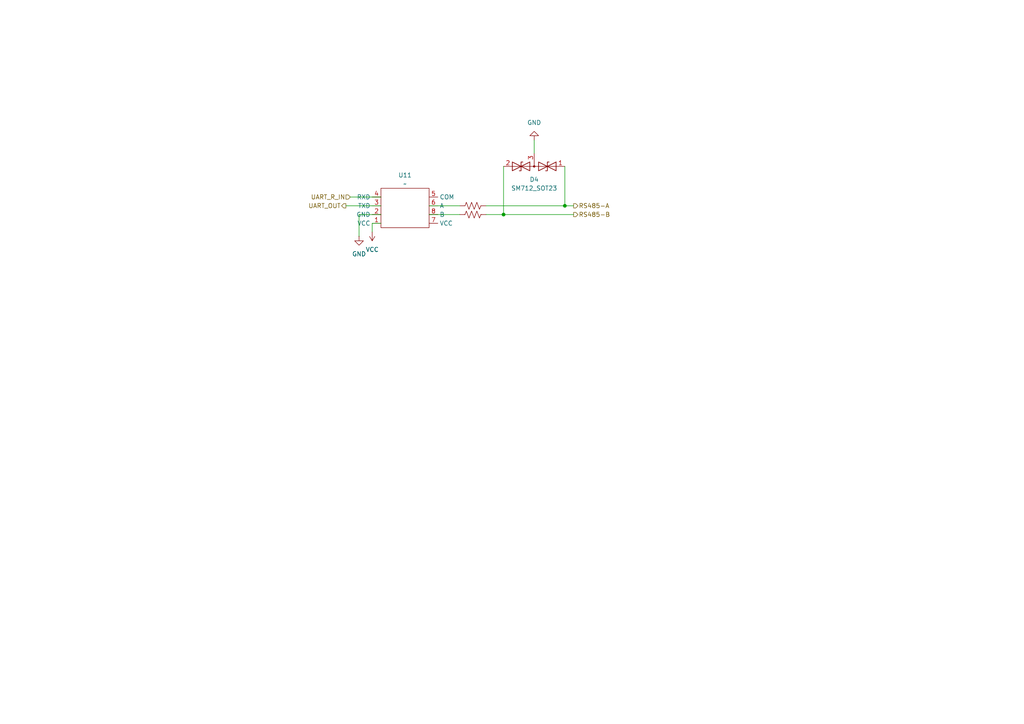
<source format=kicad_sch>
(kicad_sch
	(version 20250114)
	(generator "eeschema")
	(generator_version "9.0")
	(uuid "c626e9de-39b7-4430-bd26-fa7c1efe21e8")
	(paper "A4")
	(lib_symbols
		(symbol "Device:R_US"
			(pin_numbers
				(hide yes)
			)
			(pin_names
				(offset 0)
			)
			(exclude_from_sim no)
			(in_bom yes)
			(on_board yes)
			(property "Reference" "R"
				(at 2.54 0 90)
				(effects
					(font
						(size 1.27 1.27)
					)
				)
			)
			(property "Value" "R_US"
				(at -2.54 0 90)
				(effects
					(font
						(size 1.27 1.27)
					)
				)
			)
			(property "Footprint" ""
				(at 1.016 -0.254 90)
				(effects
					(font
						(size 1.27 1.27)
					)
					(hide yes)
				)
			)
			(property "Datasheet" "~"
				(at 0 0 0)
				(effects
					(font
						(size 1.27 1.27)
					)
					(hide yes)
				)
			)
			(property "Description" "Resistor, US symbol"
				(at 0 0 0)
				(effects
					(font
						(size 1.27 1.27)
					)
					(hide yes)
				)
			)
			(property "ki_keywords" "R res resistor"
				(at 0 0 0)
				(effects
					(font
						(size 1.27 1.27)
					)
					(hide yes)
				)
			)
			(property "ki_fp_filters" "R_*"
				(at 0 0 0)
				(effects
					(font
						(size 1.27 1.27)
					)
					(hide yes)
				)
			)
			(symbol "R_US_0_1"
				(polyline
					(pts
						(xy 0 2.286) (xy 0 2.54)
					)
					(stroke
						(width 0)
						(type default)
					)
					(fill
						(type none)
					)
				)
				(polyline
					(pts
						(xy 0 2.286) (xy 1.016 1.905) (xy 0 1.524) (xy -1.016 1.143) (xy 0 0.762)
					)
					(stroke
						(width 0)
						(type default)
					)
					(fill
						(type none)
					)
				)
				(polyline
					(pts
						(xy 0 0.762) (xy 1.016 0.381) (xy 0 0) (xy -1.016 -0.381) (xy 0 -0.762)
					)
					(stroke
						(width 0)
						(type default)
					)
					(fill
						(type none)
					)
				)
				(polyline
					(pts
						(xy 0 -0.762) (xy 1.016 -1.143) (xy 0 -1.524) (xy -1.016 -1.905) (xy 0 -2.286)
					)
					(stroke
						(width 0)
						(type default)
					)
					(fill
						(type none)
					)
				)
				(polyline
					(pts
						(xy 0 -2.286) (xy 0 -2.54)
					)
					(stroke
						(width 0)
						(type default)
					)
					(fill
						(type none)
					)
				)
			)
			(symbol "R_US_1_1"
				(pin passive line
					(at 0 3.81 270)
					(length 1.27)
					(name "~"
						(effects
							(font
								(size 1.27 1.27)
							)
						)
					)
					(number "1"
						(effects
							(font
								(size 1.27 1.27)
							)
						)
					)
				)
				(pin passive line
					(at 0 -3.81 90)
					(length 1.27)
					(name "~"
						(effects
							(font
								(size 1.27 1.27)
							)
						)
					)
					(number "2"
						(effects
							(font
								(size 1.27 1.27)
							)
						)
					)
				)
			)
			(embedded_fonts no)
		)
		(symbol "Diode:SM712_SOT23"
			(pin_names
				(offset 1.016)
				(hide yes)
			)
			(exclude_from_sim no)
			(in_bom yes)
			(on_board yes)
			(property "Reference" "D"
				(at 0 4.445 0)
				(effects
					(font
						(size 1.27 1.27)
					)
				)
			)
			(property "Value" "SM712_SOT23"
				(at 0 2.54 0)
				(effects
					(font
						(size 1.27 1.27)
					)
				)
			)
			(property "Footprint" "Package_TO_SOT_SMD:SOT-23"
				(at 0 -8.89 0)
				(effects
					(font
						(size 1.27 1.27)
					)
					(hide yes)
				)
			)
			(property "Datasheet" "https://www.littelfuse.com/~/media/electronics/datasheets/tvs_diode_arrays/littelfuse_tvs_diode_array_sm712_datasheet.pdf.pdf"
				(at -3.81 0 0)
				(effects
					(font
						(size 1.27 1.27)
					)
					(hide yes)
				)
			)
			(property "Description" "7V/12V, 600W Asymmetrical TVS Diode Array, SOT-23"
				(at 0 0 0)
				(effects
					(font
						(size 1.27 1.27)
					)
					(hide yes)
				)
			)
			(property "ki_keywords" "transient voltage suppressor thyrector transil"
				(at 0 0 0)
				(effects
					(font
						(size 1.27 1.27)
					)
					(hide yes)
				)
			)
			(property "ki_fp_filters" "SOT?23*"
				(at 0 0 0)
				(effects
					(font
						(size 1.27 1.27)
					)
					(hide yes)
				)
			)
			(symbol "SM712_SOT23_0_0"
				(polyline
					(pts
						(xy 0 -1.27) (xy 0 0)
					)
					(stroke
						(width 0)
						(type default)
					)
					(fill
						(type none)
					)
				)
			)
			(symbol "SM712_SOT23_0_1"
				(polyline
					(pts
						(xy -6.35 0) (xy 6.35 0)
					)
					(stroke
						(width 0)
						(type default)
					)
					(fill
						(type none)
					)
				)
				(polyline
					(pts
						(xy -6.35 -1.27) (xy -1.27 1.27) (xy -1.27 -1.27) (xy -6.35 1.27) (xy -6.35 -1.27)
					)
					(stroke
						(width 0.2032)
						(type default)
					)
					(fill
						(type none)
					)
				)
				(polyline
					(pts
						(xy -3.302 1.27) (xy -3.81 1.27) (xy -3.81 -1.27) (xy -4.318 -1.27)
					)
					(stroke
						(width 0.2032)
						(type default)
					)
					(fill
						(type none)
					)
				)
				(circle
					(center 0 0)
					(radius 0.254)
					(stroke
						(width 0)
						(type default)
					)
					(fill
						(type outline)
					)
				)
				(polyline
					(pts
						(xy 1.27 -1.27) (xy 1.27 1.27) (xy 6.35 -1.27) (xy 6.35 1.27) (xy 1.27 -1.27)
					)
					(stroke
						(width 0.2032)
						(type default)
					)
					(fill
						(type none)
					)
				)
				(polyline
					(pts
						(xy 4.318 1.27) (xy 3.81 1.27) (xy 3.81 -1.27) (xy 3.302 -1.27)
					)
					(stroke
						(width 0.2032)
						(type default)
					)
					(fill
						(type none)
					)
				)
			)
			(symbol "SM712_SOT23_1_1"
				(pin passive line
					(at -8.89 0 0)
					(length 2.54)
					(name "A1"
						(effects
							(font
								(size 1.27 1.27)
							)
						)
					)
					(number "1"
						(effects
							(font
								(size 1.27 1.27)
							)
						)
					)
				)
				(pin input line
					(at 0 -3.81 90)
					(length 2.54)
					(name "common"
						(effects
							(font
								(size 1.27 1.27)
							)
						)
					)
					(number "3"
						(effects
							(font
								(size 1.27 1.27)
							)
						)
					)
				)
				(pin passive line
					(at 8.89 0 180)
					(length 2.54)
					(name "A2"
						(effects
							(font
								(size 1.27 1.27)
							)
						)
					)
					(number "2"
						(effects
							(font
								(size 1.27 1.27)
							)
						)
					)
				)
			)
			(embedded_fonts no)
		)
		(symbol "RS-485:RS_485"
			(exclude_from_sim no)
			(in_bom yes)
			(on_board yes)
			(property "Reference" "U"
				(at 0 0 0)
				(effects
					(font
						(size 1.27 1.27)
					)
				)
			)
			(property "Value" ""
				(at 0 0 0)
				(effects
					(font
						(size 1.27 1.27)
					)
				)
			)
			(property "Footprint" ""
				(at 0 0 0)
				(effects
					(font
						(size 1.27 1.27)
					)
					(hide yes)
				)
			)
			(property "Datasheet" ""
				(at 0 0 0)
				(effects
					(font
						(size 1.27 1.27)
					)
					(hide yes)
				)
			)
			(property "Description" ""
				(at 0 0 0)
				(effects
					(font
						(size 1.27 1.27)
					)
					(hide yes)
				)
			)
			(symbol "RS_485_0_1"
				(rectangle
					(start -13.97 -1.27)
					(end 0 -12.7)
					(stroke
						(width 0)
						(type default)
					)
					(fill
						(type none)
					)
				)
			)
			(symbol "RS_485_1_1"
				(pin input line
					(at -13.97 -2.54 180)
					(length 2.54)
					(name "VCC"
						(effects
							(font
								(size 1.27 1.27)
							)
						)
					)
					(number "7"
						(effects
							(font
								(size 1.27 1.27)
							)
						)
					)
				)
				(pin input line
					(at -13.97 -5.08 180)
					(length 2.54)
					(name "B"
						(effects
							(font
								(size 1.27 1.27)
							)
						)
					)
					(number "8"
						(effects
							(font
								(size 1.27 1.27)
							)
						)
					)
				)
				(pin input line
					(at -13.97 -7.62 180)
					(length 2.54)
					(name "A"
						(effects
							(font
								(size 1.27 1.27)
							)
						)
					)
					(number "6"
						(effects
							(font
								(size 1.27 1.27)
							)
						)
					)
				)
				(pin input line
					(at -13.97 -10.16 180)
					(length 2.54)
					(name "COM"
						(effects
							(font
								(size 1.27 1.27)
							)
						)
					)
					(number "5"
						(effects
							(font
								(size 1.27 1.27)
							)
						)
					)
				)
				(pin input line
					(at 0 -2.54 0)
					(length 2.54)
					(name "VCC"
						(effects
							(font
								(size 1.27 1.27)
							)
						)
					)
					(number "1"
						(effects
							(font
								(size 1.27 1.27)
							)
						)
					)
				)
				(pin input line
					(at 0 -5.08 0)
					(length 2.54)
					(name "GND"
						(effects
							(font
								(size 1.27 1.27)
							)
						)
					)
					(number "2"
						(effects
							(font
								(size 1.27 1.27)
							)
						)
					)
				)
				(pin input line
					(at 0 -7.62 0)
					(length 2.54)
					(name "TXD"
						(effects
							(font
								(size 1.27 1.27)
							)
						)
					)
					(number "3"
						(effects
							(font
								(size 1.27 1.27)
							)
						)
					)
				)
				(pin input line
					(at 0 -10.16 0)
					(length 2.54)
					(name "RXD"
						(effects
							(font
								(size 1.27 1.27)
							)
						)
					)
					(number "4"
						(effects
							(font
								(size 1.27 1.27)
							)
						)
					)
				)
			)
			(embedded_fonts no)
		)
		(symbol "power:GND"
			(power)
			(pin_numbers
				(hide yes)
			)
			(pin_names
				(offset 0)
				(hide yes)
			)
			(exclude_from_sim no)
			(in_bom yes)
			(on_board yes)
			(property "Reference" "#PWR"
				(at 0 -6.35 0)
				(effects
					(font
						(size 1.27 1.27)
					)
					(hide yes)
				)
			)
			(property "Value" "GND"
				(at 0 -3.81 0)
				(effects
					(font
						(size 1.27 1.27)
					)
				)
			)
			(property "Footprint" ""
				(at 0 0 0)
				(effects
					(font
						(size 1.27 1.27)
					)
					(hide yes)
				)
			)
			(property "Datasheet" ""
				(at 0 0 0)
				(effects
					(font
						(size 1.27 1.27)
					)
					(hide yes)
				)
			)
			(property "Description" "Power symbol creates a global label with name \"GND\" , ground"
				(at 0 0 0)
				(effects
					(font
						(size 1.27 1.27)
					)
					(hide yes)
				)
			)
			(property "ki_keywords" "global power"
				(at 0 0 0)
				(effects
					(font
						(size 1.27 1.27)
					)
					(hide yes)
				)
			)
			(symbol "GND_0_1"
				(polyline
					(pts
						(xy 0 0) (xy 0 -1.27) (xy 1.27 -1.27) (xy 0 -2.54) (xy -1.27 -1.27) (xy 0 -1.27)
					)
					(stroke
						(width 0)
						(type default)
					)
					(fill
						(type none)
					)
				)
			)
			(symbol "GND_1_1"
				(pin power_in line
					(at 0 0 270)
					(length 0)
					(name "~"
						(effects
							(font
								(size 1.27 1.27)
							)
						)
					)
					(number "1"
						(effects
							(font
								(size 1.27 1.27)
							)
						)
					)
				)
			)
			(embedded_fonts no)
		)
		(symbol "power:VCC"
			(power)
			(pin_numbers
				(hide yes)
			)
			(pin_names
				(offset 0)
				(hide yes)
			)
			(exclude_from_sim no)
			(in_bom yes)
			(on_board yes)
			(property "Reference" "#PWR"
				(at 0 -3.81 0)
				(effects
					(font
						(size 1.27 1.27)
					)
					(hide yes)
				)
			)
			(property "Value" "VCC"
				(at 0 3.556 0)
				(effects
					(font
						(size 1.27 1.27)
					)
				)
			)
			(property "Footprint" ""
				(at 0 0 0)
				(effects
					(font
						(size 1.27 1.27)
					)
					(hide yes)
				)
			)
			(property "Datasheet" ""
				(at 0 0 0)
				(effects
					(font
						(size 1.27 1.27)
					)
					(hide yes)
				)
			)
			(property "Description" "Power symbol creates a global label with name \"VCC\""
				(at 0 0 0)
				(effects
					(font
						(size 1.27 1.27)
					)
					(hide yes)
				)
			)
			(property "ki_keywords" "global power"
				(at 0 0 0)
				(effects
					(font
						(size 1.27 1.27)
					)
					(hide yes)
				)
			)
			(symbol "VCC_0_1"
				(polyline
					(pts
						(xy -0.762 1.27) (xy 0 2.54)
					)
					(stroke
						(width 0)
						(type default)
					)
					(fill
						(type none)
					)
				)
				(polyline
					(pts
						(xy 0 2.54) (xy 0.762 1.27)
					)
					(stroke
						(width 0)
						(type default)
					)
					(fill
						(type none)
					)
				)
				(polyline
					(pts
						(xy 0 0) (xy 0 2.54)
					)
					(stroke
						(width 0)
						(type default)
					)
					(fill
						(type none)
					)
				)
			)
			(symbol "VCC_1_1"
				(pin power_in line
					(at 0 0 90)
					(length 0)
					(name "~"
						(effects
							(font
								(size 1.27 1.27)
							)
						)
					)
					(number "1"
						(effects
							(font
								(size 1.27 1.27)
							)
						)
					)
				)
			)
			(embedded_fonts no)
		)
	)
	(junction
		(at 146.05 62.23)
		(diameter 0)
		(color 0 0 0 0)
		(uuid "17a287d3-a7ba-4712-8971-5b81f56f1630")
	)
	(junction
		(at 163.83 59.69)
		(diameter 0)
		(color 0 0 0 0)
		(uuid "a4b1c9cb-e618-4e1d-93ce-86bece3f49ec")
	)
	(wire
		(pts
			(xy 107.95 64.77) (xy 110.49 64.77)
		)
		(stroke
			(width 0)
			(type default)
		)
		(uuid "1244b4a9-3caf-483f-8910-a6b6262096f3")
	)
	(wire
		(pts
			(xy 163.83 48.26) (xy 163.83 59.69)
		)
		(stroke
			(width 0)
			(type default)
		)
		(uuid "1f1935c3-0126-4fae-bf40-0ff2e2debce5")
	)
	(wire
		(pts
			(xy 104.14 68.58) (xy 104.14 62.23)
		)
		(stroke
			(width 0)
			(type default)
		)
		(uuid "2f43aaeb-9367-490a-8dfe-50b81b0e45a0")
	)
	(wire
		(pts
			(xy 163.83 59.69) (xy 140.97 59.69)
		)
		(stroke
			(width 0)
			(type default)
		)
		(uuid "30e43ba7-386b-4add-b0c6-f57bbcd2e453")
	)
	(wire
		(pts
			(xy 124.46 59.69) (xy 133.35 59.69)
		)
		(stroke
			(width 0)
			(type default)
		)
		(uuid "32528200-b848-47ab-b6ae-bad2febeef67")
	)
	(wire
		(pts
			(xy 166.37 62.23) (xy 146.05 62.23)
		)
		(stroke
			(width 0)
			(type default)
		)
		(uuid "4e2639aa-3871-4d4c-9510-6a820a1febcc")
	)
	(wire
		(pts
			(xy 124.46 62.23) (xy 133.35 62.23)
		)
		(stroke
			(width 0)
			(type default)
		)
		(uuid "5bd8d37a-57a5-4c9b-b80e-197520fe8f19")
	)
	(wire
		(pts
			(xy 101.6 57.15) (xy 110.49 57.15)
		)
		(stroke
			(width 0)
			(type default)
		)
		(uuid "679ffbda-893b-4355-9430-53f3d86b1a50")
	)
	(wire
		(pts
			(xy 146.05 48.26) (xy 146.05 62.23)
		)
		(stroke
			(width 0)
			(type default)
		)
		(uuid "79fa4ada-5647-4d12-a187-8728dbb0ebd1")
	)
	(wire
		(pts
			(xy 166.37 59.69) (xy 163.83 59.69)
		)
		(stroke
			(width 0)
			(type default)
		)
		(uuid "99da67b6-b71c-43c9-b8c6-cf266f2c53a0")
	)
	(wire
		(pts
			(xy 100.33 59.69) (xy 110.49 59.69)
		)
		(stroke
			(width 0)
			(type default)
		)
		(uuid "9e9075f2-0300-43b9-8547-f354f88b8626")
	)
	(wire
		(pts
			(xy 154.94 40.64) (xy 154.94 44.45)
		)
		(stroke
			(width 0)
			(type default)
		)
		(uuid "bfe7ef14-eab0-4fb6-b595-1fb285dfbf0e")
	)
	(wire
		(pts
			(xy 104.14 62.23) (xy 110.49 62.23)
		)
		(stroke
			(width 0)
			(type default)
		)
		(uuid "cae66ce2-397e-4b43-b262-ce24e645a5c4")
	)
	(wire
		(pts
			(xy 107.95 67.31) (xy 107.95 64.77)
		)
		(stroke
			(width 0)
			(type default)
		)
		(uuid "d37817ff-bbe5-48ab-9d56-342db334edbc")
	)
	(wire
		(pts
			(xy 146.05 62.23) (xy 140.97 62.23)
		)
		(stroke
			(width 0)
			(type default)
		)
		(uuid "df110e98-6a11-42d3-8c06-880a87bdd711")
	)
	(hierarchical_label "UART_OUT"
		(shape output)
		(at 100.33 59.69 180)
		(effects
			(font
				(size 1.27 1.27)
			)
			(justify right)
		)
		(uuid "49684a41-d4be-4806-bc98-77990bee7c37")
	)
	(hierarchical_label "RS485-A"
		(shape output)
		(at 166.37 59.69 0)
		(effects
			(font
				(size 1.27 1.27)
			)
			(justify left)
		)
		(uuid "5309f8b2-f70c-4f8d-a6d8-cd89f0c7e0be")
	)
	(hierarchical_label "UART_R_IN"
		(shape input)
		(at 101.6 57.15 180)
		(effects
			(font
				(size 1.27 1.27)
			)
			(justify right)
		)
		(uuid "691705b0-98f3-441f-8d4c-79902f905921")
	)
	(hierarchical_label "RS485-B"
		(shape output)
		(at 166.37 62.23 0)
		(effects
			(font
				(size 1.27 1.27)
			)
			(justify left)
		)
		(uuid "a3eb9638-2a65-4d2a-87d5-c2d87a94fbb5")
	)
	(symbol
		(lib_id "Diode:SM712_SOT23")
		(at 154.94 48.26 180)
		(unit 1)
		(exclude_from_sim no)
		(in_bom yes)
		(on_board yes)
		(dnp no)
		(fields_autoplaced yes)
		(uuid "088df721-d154-4d70-980c-2bb0c585eef6")
		(property "Reference" "D4"
			(at 154.94 52.07 0)
			(effects
				(font
					(size 1.27 1.27)
				)
			)
		)
		(property "Value" "SM712_SOT23"
			(at 154.94 54.61 0)
			(effects
				(font
					(size 1.27 1.27)
				)
			)
		)
		(property "Footprint" "Package_TO_SOT_SMD:SOT-23"
			(at 154.94 39.37 0)
			(effects
				(font
					(size 1.27 1.27)
				)
				(hide yes)
			)
		)
		(property "Datasheet" "https://www.littelfuse.com/~/media/electronics/datasheets/tvs_diode_arrays/littelfuse_tvs_diode_array_sm712_datasheet.pdf.pdf"
			(at 158.75 48.26 0)
			(effects
				(font
					(size 1.27 1.27)
				)
				(hide yes)
			)
		)
		(property "Description" "7V/12V, 600W Asymmetrical TVS Diode Array, SOT-23"
			(at 154.94 48.26 0)
			(effects
				(font
					(size 1.27 1.27)
				)
				(hide yes)
			)
		)
		(pin "2"
			(uuid "6c4e16ce-46b6-4e59-845b-9cc93d75ef62")
		)
		(pin "3"
			(uuid "fbde1a8e-5a15-43b0-9bd0-e7f2fa8999fc")
		)
		(pin "1"
			(uuid "336daa7f-c317-47ed-b994-f9687bb727b2")
		)
		(instances
			(project "ZorionX-Nivara"
				(path "/ae5c9891-8291-492e-8a61-8ac340267b67/d47eca49-96e4-4138-8979-47bb60019f67/e329c21d-acaa-4809-a119-b3d497656361"
					(reference "D4")
					(unit 1)
				)
			)
		)
	)
	(symbol
		(lib_id "power:VCC")
		(at 107.95 67.31 180)
		(unit 1)
		(exclude_from_sim no)
		(in_bom yes)
		(on_board yes)
		(dnp no)
		(fields_autoplaced yes)
		(uuid "13358626-e2d0-4a76-aeba-b031428b06ee")
		(property "Reference" "#PWR060"
			(at 107.95 63.5 0)
			(effects
				(font
					(size 1.27 1.27)
				)
				(hide yes)
			)
		)
		(property "Value" "VCC"
			(at 107.95 72.39 0)
			(effects
				(font
					(size 1.27 1.27)
				)
			)
		)
		(property "Footprint" ""
			(at 107.95 67.31 0)
			(effects
				(font
					(size 1.27 1.27)
				)
				(hide yes)
			)
		)
		(property "Datasheet" ""
			(at 107.95 67.31 0)
			(effects
				(font
					(size 1.27 1.27)
				)
				(hide yes)
			)
		)
		(property "Description" "Power symbol creates a global label with name \"VCC\""
			(at 107.95 67.31 0)
			(effects
				(font
					(size 1.27 1.27)
				)
				(hide yes)
			)
		)
		(pin "1"
			(uuid "6d1542e9-395d-468b-b7ed-214bf788767e")
		)
		(instances
			(project "ZorionX-Nivara"
				(path "/ae5c9891-8291-492e-8a61-8ac340267b67/d47eca49-96e4-4138-8979-47bb60019f67/e329c21d-acaa-4809-a119-b3d497656361"
					(reference "#PWR060")
					(unit 1)
				)
			)
		)
	)
	(symbol
		(lib_id "RS-485:RS_485")
		(at 110.49 67.31 180)
		(unit 1)
		(exclude_from_sim no)
		(in_bom yes)
		(on_board yes)
		(dnp no)
		(fields_autoplaced yes)
		(uuid "675eb3ee-2859-452c-85c1-3ffbdb724a9f")
		(property "Reference" "U11"
			(at 117.475 50.8 0)
			(effects
				(font
					(size 1.27 1.27)
				)
			)
		)
		(property "Value" "~"
			(at 117.475 53.34 0)
			(effects
				(font
					(size 1.27 1.27)
				)
			)
		)
		(property "Footprint" ""
			(at 110.49 67.31 0)
			(effects
				(font
					(size 1.27 1.27)
				)
				(hide yes)
			)
		)
		(property "Datasheet" ""
			(at 110.49 67.31 0)
			(effects
				(font
					(size 1.27 1.27)
				)
				(hide yes)
			)
		)
		(property "Description" ""
			(at 110.49 67.31 0)
			(effects
				(font
					(size 1.27 1.27)
				)
				(hide yes)
			)
		)
		(pin "4"
			(uuid "f06897cb-0b25-4bf8-a332-d03ba7fa6647")
		)
		(pin "8"
			(uuid "58af637c-2d3d-4966-9427-5e55ee00c00c")
		)
		(pin "2"
			(uuid "71d69320-fa09-4821-8a89-14d4793a6ea9")
		)
		(pin "1"
			(uuid "908f0b1e-9145-453b-a48a-eee190475b83")
		)
		(pin "7"
			(uuid "ad2cc279-6c3e-40aa-a12e-ec2bef5b717c")
		)
		(pin "6"
			(uuid "30640766-e447-415b-b5bf-85e3ff7463cf")
		)
		(pin "3"
			(uuid "26948136-9918-4793-966f-430156a463ae")
		)
		(pin "5"
			(uuid "e5868ca3-9aff-43c0-969d-cd8b86fb669b")
		)
		(instances
			(project "ZorionX-Nivara"
				(path "/ae5c9891-8291-492e-8a61-8ac340267b67/d47eca49-96e4-4138-8979-47bb60019f67/e329c21d-acaa-4809-a119-b3d497656361"
					(reference "U11")
					(unit 1)
				)
			)
		)
	)
	(symbol
		(lib_id "Device:R_US")
		(at 137.16 59.69 90)
		(unit 1)
		(exclude_from_sim no)
		(in_bom yes)
		(on_board yes)
		(dnp no)
		(fields_autoplaced yes)
		(uuid "77459c22-d19a-4414-8277-8ba0641367d8")
		(property "Reference" "R30"
			(at 137.16 53.8621 90)
			(effects
				(font
					(size 1.27 1.27)
				)
				(hide yes)
			)
		)
		(property "Value" "R_US"
			(at 137.16 56.4021 90)
			(effects
				(font
					(size 1.27 1.27)
				)
				(hide yes)
			)
		)
		(property "Footprint" "Resistor_SMD:R_0603_1608Metric"
			(at 137.414 58.674 90)
			(effects
				(font
					(size 1.27 1.27)
				)
				(hide yes)
			)
		)
		(property "Datasheet" "~"
			(at 137.16 59.69 0)
			(effects
				(font
					(size 1.27 1.27)
				)
				(hide yes)
			)
		)
		(property "Description" "Resistor, US symbol"
			(at 137.16 59.69 0)
			(effects
				(font
					(size 1.27 1.27)
				)
				(hide yes)
			)
		)
		(pin "1"
			(uuid "4f940351-46e2-4b10-9038-9f5eaac51384")
		)
		(pin "2"
			(uuid "f7c8a7b8-1823-4826-a26d-51bd47138b8e")
		)
		(instances
			(project "ZorionX-Nivara"
				(path "/ae5c9891-8291-492e-8a61-8ac340267b67/d47eca49-96e4-4138-8979-47bb60019f67/e329c21d-acaa-4809-a119-b3d497656361"
					(reference "R30")
					(unit 1)
				)
			)
		)
	)
	(symbol
		(lib_id "power:GND")
		(at 104.14 68.58 0)
		(unit 1)
		(exclude_from_sim no)
		(in_bom yes)
		(on_board yes)
		(dnp no)
		(fields_autoplaced yes)
		(uuid "791b0254-8c9a-4181-a907-6a9560325a9e")
		(property "Reference" "#PWR012"
			(at 104.14 74.93 0)
			(effects
				(font
					(size 1.27 1.27)
				)
				(hide yes)
			)
		)
		(property "Value" "GND"
			(at 104.14 73.66 0)
			(effects
				(font
					(size 1.27 1.27)
				)
			)
		)
		(property "Footprint" ""
			(at 104.14 68.58 0)
			(effects
				(font
					(size 1.27 1.27)
				)
				(hide yes)
			)
		)
		(property "Datasheet" ""
			(at 104.14 68.58 0)
			(effects
				(font
					(size 1.27 1.27)
				)
				(hide yes)
			)
		)
		(property "Description" "Power symbol creates a global label with name \"GND\" , ground"
			(at 104.14 68.58 0)
			(effects
				(font
					(size 1.27 1.27)
				)
				(hide yes)
			)
		)
		(pin "1"
			(uuid "d3a4a004-6c15-4777-9d54-acb9b65588a9")
		)
		(instances
			(project "ZorionX-Nivara"
				(path "/ae5c9891-8291-492e-8a61-8ac340267b67/d47eca49-96e4-4138-8979-47bb60019f67/e329c21d-acaa-4809-a119-b3d497656361"
					(reference "#PWR012")
					(unit 1)
				)
			)
		)
	)
	(symbol
		(lib_id "power:GND")
		(at 154.94 40.64 180)
		(unit 1)
		(exclude_from_sim no)
		(in_bom yes)
		(on_board yes)
		(dnp no)
		(fields_autoplaced yes)
		(uuid "7af207d8-c8d1-4040-a027-8031003fa4c2")
		(property "Reference" "#PWR061"
			(at 154.94 34.29 0)
			(effects
				(font
					(size 1.27 1.27)
				)
				(hide yes)
			)
		)
		(property "Value" "GND"
			(at 154.94 35.56 0)
			(effects
				(font
					(size 1.27 1.27)
				)
			)
		)
		(property "Footprint" ""
			(at 154.94 40.64 0)
			(effects
				(font
					(size 1.27 1.27)
				)
				(hide yes)
			)
		)
		(property "Datasheet" ""
			(at 154.94 40.64 0)
			(effects
				(font
					(size 1.27 1.27)
				)
				(hide yes)
			)
		)
		(property "Description" "Power symbol creates a global label with name \"GND\" , ground"
			(at 154.94 40.64 0)
			(effects
				(font
					(size 1.27 1.27)
				)
				(hide yes)
			)
		)
		(pin "1"
			(uuid "13ab8538-16fa-4f4f-b805-bcec615ed7d1")
		)
		(instances
			(project "ZorionX-Nivara"
				(path "/ae5c9891-8291-492e-8a61-8ac340267b67/d47eca49-96e4-4138-8979-47bb60019f67/e329c21d-acaa-4809-a119-b3d497656361"
					(reference "#PWR061")
					(unit 1)
				)
			)
		)
	)
	(symbol
		(lib_id "Device:R_US")
		(at 137.16 62.23 90)
		(unit 1)
		(exclude_from_sim no)
		(in_bom yes)
		(on_board yes)
		(dnp no)
		(fields_autoplaced yes)
		(uuid "c8610d24-6388-42bc-a881-c18d5b5734e8")
		(property "Reference" "R31"
			(at 137.16 56.4021 90)
			(effects
				(font
					(size 1.27 1.27)
				)
				(hide yes)
			)
		)
		(property "Value" "R_US"
			(at 137.16 58.9421 90)
			(effects
				(font
					(size 1.27 1.27)
				)
				(hide yes)
			)
		)
		(property "Footprint" "Resistor_SMD:R_0603_1608Metric"
			(at 137.414 61.214 90)
			(effects
				(font
					(size 1.27 1.27)
				)
				(hide yes)
			)
		)
		(property "Datasheet" "~"
			(at 137.16 62.23 0)
			(effects
				(font
					(size 1.27 1.27)
				)
				(hide yes)
			)
		)
		(property "Description" "Resistor, US symbol"
			(at 137.16 62.23 0)
			(effects
				(font
					(size 1.27 1.27)
				)
				(hide yes)
			)
		)
		(pin "1"
			(uuid "4448d050-37b6-4727-a43b-b7d42e645016")
		)
		(pin "2"
			(uuid "75f8413f-bad9-417b-8345-1edf5f627510")
		)
		(instances
			(project "ZorionX-Nivara"
				(path "/ae5c9891-8291-492e-8a61-8ac340267b67/d47eca49-96e4-4138-8979-47bb60019f67/e329c21d-acaa-4809-a119-b3d497656361"
					(reference "R31")
					(unit 1)
				)
			)
		)
	)
)

</source>
